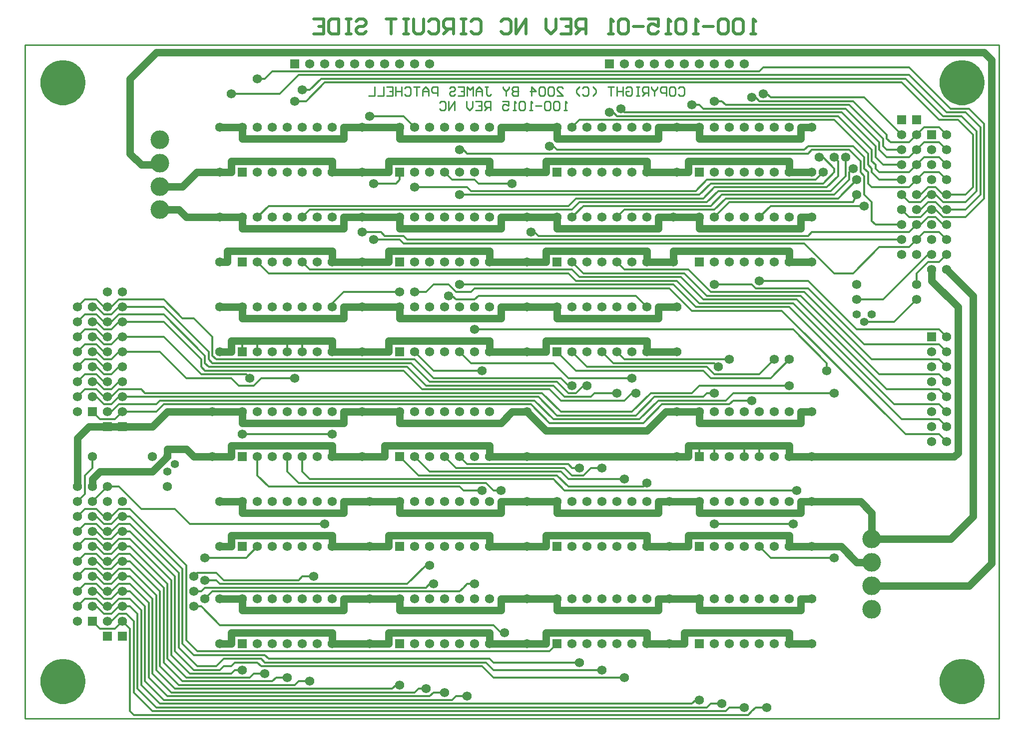
<source format=gbl>
*%FSLAX23Y23*%
*%MOIN*%
G01*
%ADD11C,0.007*%
%ADD12C,0.008*%
%ADD13C,0.010*%
%ADD14C,0.012*%
%ADD15C,0.020*%
%ADD16C,0.032*%
%ADD17C,0.036*%
%ADD18C,0.050*%
%ADD19C,0.052*%
%ADD20C,0.055*%
%ADD21C,0.056*%
%ADD22C,0.061*%
%ADD23C,0.062*%
%ADD24C,0.068*%
%ADD25C,0.070*%
%ADD26C,0.090*%
%ADD27C,0.125*%
%ADD28C,0.131*%
%ADD29C,0.140*%
%ADD30C,0.160*%
%ADD31C,0.250*%
%ADD32R,0.062X0.062*%
%ADD33R,0.068X0.068*%
D13*
X10896Y9688D02*
X10906Y9698D01*
X10926D01*
X10936Y9688D01*
Y9648D01*
X10926Y9638D01*
X10906D01*
X10896Y9648D01*
X10866Y9698D02*
X10846D01*
X10866D02*
X10876Y9688D01*
Y9648D01*
X10866Y9638D01*
X10846D01*
X10836Y9648D01*
Y9688D01*
X10846Y9698D01*
X10816D02*
Y9638D01*
Y9698D02*
X10786D01*
X10776Y9688D01*
Y9668D01*
X10786Y9658D01*
X10816D01*
X10756Y9688D02*
Y9698D01*
Y9688D02*
X10736Y9668D01*
X10716Y9688D01*
Y9698D01*
X10736Y9668D02*
Y9638D01*
X10696D02*
Y9698D01*
X10666D01*
X10656Y9688D01*
Y9668D01*
X10666Y9658D01*
X10696D01*
X10676D02*
X10656Y9638D01*
X10636Y9698D02*
X10616D01*
X10626D01*
Y9638D01*
X10636D01*
X10616D01*
X10556Y9698D02*
X10546Y9688D01*
X10556Y9698D02*
X10576D01*
X10586Y9688D01*
Y9648D01*
X10576Y9638D01*
X10556D01*
X10546Y9648D01*
Y9668D01*
X10566D01*
X10526Y9698D02*
Y9638D01*
Y9668D01*
X10486D01*
Y9698D01*
Y9638D01*
X10466Y9698D02*
X10426D01*
X10446D01*
Y9638D01*
X10346Y9658D02*
X10326Y9638D01*
X10346Y9658D02*
Y9678D01*
X10326Y9698D01*
X10266D02*
X10256Y9688D01*
X10266Y9698D02*
X10286D01*
X10296Y9688D01*
Y9648D01*
X10286Y9638D01*
X10266D01*
X10256Y9648D01*
X10236Y9638D02*
X10216Y9658D01*
Y9678D01*
X10236Y9698D01*
X10126Y9638D02*
X10086D01*
X10126D02*
X10086Y9678D01*
Y9688D01*
X10096Y9698D01*
X10116D01*
X10126Y9688D01*
X10066D02*
X10056Y9698D01*
X10036D01*
X10026Y9688D01*
Y9648D01*
X10036Y9638D01*
X10056D01*
X10066Y9648D01*
Y9688D01*
X10006D02*
X9996Y9698D01*
X9976D01*
X9966Y9688D01*
Y9648D01*
X9976Y9638D01*
X9996D01*
X10006Y9648D01*
Y9688D01*
X9916Y9698D02*
Y9638D01*
X9946Y9668D02*
X9916Y9698D01*
X9906Y9668D02*
X9946D01*
X9826Y9698D02*
Y9638D01*
X9796D01*
X9786Y9648D01*
Y9658D01*
X9796Y9668D01*
X9826D01*
X9827D01*
X9826D02*
X9827D01*
X9826D02*
X9827D01*
X9826D02*
X9796D01*
X9786Y9678D01*
Y9688D01*
X9796Y9698D01*
X9826D01*
X9766D02*
Y9688D01*
X9746Y9668D01*
X9726Y9688D01*
Y9698D01*
X9746Y9668D02*
Y9638D01*
X9626Y9698D02*
X9606D01*
X9616D02*
X9626D01*
X9616D02*
Y9648D01*
X9626Y9638D01*
X9636D01*
X9646Y9648D01*
X9586Y9638D02*
Y9678D01*
X9566Y9698D01*
X9546Y9678D01*
Y9638D01*
Y9668D01*
X9586D01*
X9526Y9638D02*
Y9698D01*
X9506Y9678D01*
X9486Y9698D01*
Y9638D01*
X9466Y9698D02*
X9426D01*
X9466D02*
Y9638D01*
X9426D01*
X9446Y9668D02*
X9466D01*
X9377Y9698D02*
X9367Y9688D01*
X9377Y9698D02*
X9396D01*
X9406Y9688D01*
Y9678D01*
X9396Y9668D01*
X9377D01*
X9367Y9658D01*
Y9648D01*
X9377Y9638D01*
X9396D01*
X9406Y9648D01*
X9287Y9638D02*
Y9698D01*
X9257D01*
X9247Y9688D01*
Y9668D01*
X9257Y9658D01*
X9287D01*
X9227Y9638D02*
Y9678D01*
X9207Y9698D01*
X9187Y9678D01*
Y9638D01*
Y9668D01*
X9227D01*
X9167Y9698D02*
X9127D01*
X9147D01*
Y9638D01*
X9077Y9698D02*
X9067Y9688D01*
X9077Y9698D02*
X9097D01*
X9107Y9688D01*
Y9648D01*
X9097Y9638D01*
X9077D01*
X9067Y9648D01*
X9047Y9638D02*
Y9698D01*
Y9668D02*
Y9638D01*
Y9668D02*
X9007D01*
Y9698D01*
Y9638D01*
X8987Y9698D02*
X8947D01*
X8987D02*
Y9638D01*
X8947D01*
X8967Y9668D02*
X8987D01*
X8927Y9698D02*
Y9638D01*
X8887D01*
X8867D02*
Y9698D01*
Y9638D02*
X8827D01*
X10131Y9543D02*
X10151D01*
X10141D02*
X10131D01*
X10141D02*
Y9603D01*
X10142D01*
X10141D02*
X10151Y9593D01*
X10101D02*
X10091Y9603D01*
X10071D01*
X10061Y9593D01*
Y9553D01*
X10071Y9543D01*
X10091D01*
X10101Y9553D01*
Y9593D01*
X10041D02*
X10031Y9603D01*
X10011D01*
X10001Y9593D01*
Y9553D01*
X10011Y9543D01*
X10031D01*
X10041Y9553D01*
Y9593D01*
X9981Y9573D02*
X9941D01*
X9921Y9543D02*
X9901D01*
X9911D01*
Y9603D01*
X9912D01*
X9911D02*
X9921Y9593D01*
X9871D02*
X9861Y9603D01*
X9841D01*
X9831Y9593D01*
Y9553D01*
X9841Y9543D01*
X9861D01*
X9871Y9553D01*
Y9593D01*
X9811Y9543D02*
X9791D01*
X9801D01*
Y9603D01*
X9802D01*
X9801D02*
X9811Y9593D01*
X9761Y9603D02*
X9721D01*
X9761D02*
Y9573D01*
X9741Y9583D01*
X9731D01*
X9721Y9573D01*
Y9553D01*
X9731Y9543D01*
X9751D01*
X9761Y9553D01*
X9641Y9543D02*
Y9603D01*
X9611D01*
X9601Y9593D01*
Y9573D01*
X9611Y9563D01*
X9641D01*
X9621D02*
X9601Y9543D01*
X9581Y9603D02*
X9541D01*
X9581D02*
Y9543D01*
X9541D01*
X9561Y9573D02*
X9581D01*
X9521Y9563D02*
Y9603D01*
Y9563D02*
X9501Y9543D01*
X9481Y9563D01*
Y9603D01*
X9401D02*
Y9543D01*
X9361D02*
X9401Y9603D01*
X9361D02*
Y9543D01*
X9301Y9593D02*
X9311Y9603D01*
X9331D01*
X9341Y9593D01*
Y9553D01*
X9331Y9543D01*
X9311D01*
X9301Y9553D01*
X6536Y9978D02*
Y5478D01*
X13036D02*
Y9978D01*
X6536D01*
Y5478D02*
X13036D01*
D14*
X8361Y9778D02*
X8236Y9653D01*
X9211Y6503D02*
X9086Y6378D01*
X10586Y7528D02*
X10711Y7653D01*
X10736Y7628D02*
X10611Y7503D01*
X10636Y7478D02*
X10761Y7603D01*
X10786Y7578D02*
X10661Y7453D01*
X11511Y7753D02*
X11636Y7878D01*
X12811Y8828D02*
X12936Y8953D01*
X12236Y8628D02*
X12061Y8453D01*
X12261Y8278D02*
X12561Y8578D01*
X12086Y9078D02*
X11961Y8953D01*
X12486Y8278D02*
X12336Y8128D01*
X8536Y9728D02*
X8411Y9603D01*
X7161Y7028D02*
X7311Y6878D01*
X7711Y6228D02*
X7836Y6103D01*
X7611Y7753D02*
X7436Y7928D01*
X7461Y8028D02*
X7711Y7778D01*
X9986Y7653D02*
X10111Y7528D01*
X10086Y7503D02*
X9961Y7628D01*
X9936Y7603D02*
X10061Y7478D01*
X10036Y7453D02*
X9911Y7578D01*
X9186Y7678D02*
X9061Y7803D01*
X7711Y7878D02*
X7461Y8128D01*
X9086Y7828D02*
X9211Y7703D01*
X7736Y7903D02*
X7461Y8178D01*
X9111Y7853D02*
X9236Y7728D01*
X7761Y7928D02*
X7461Y8228D01*
X7661Y8153D02*
X7786Y8028D01*
X9136Y7878D02*
X9261Y7753D01*
X7586Y8153D02*
X7461Y8278D01*
X7236Y6878D02*
X7611Y6503D01*
X7586Y6478D02*
X7236Y6828D01*
X7561Y5953D02*
X7686Y5828D01*
X7561Y6453D02*
X7236Y6778D01*
X7536Y5928D02*
X7661Y5803D01*
X7536Y6428D02*
X7236Y6728D01*
X7511Y5903D02*
X7636Y5778D01*
X7511Y6403D02*
X7236Y6678D01*
X7486Y5878D02*
X7611Y5753D01*
X7486Y6378D02*
X7236Y6628D01*
X7461Y5853D02*
X7586Y5728D01*
X7461Y6353D02*
X7236Y6578D01*
X7436Y5828D02*
X7561Y5703D01*
X7436Y6328D02*
X7236Y6528D01*
X7411Y5803D02*
X7536Y5678D01*
X7411Y6303D02*
X7236Y6478D01*
X7386Y5778D02*
X7511Y5653D01*
X7386Y6278D02*
X7236Y6428D01*
X7361Y5753D02*
X7486Y5628D01*
X7361Y6253D02*
X7236Y6378D01*
X7336Y5728D02*
X7461Y5603D01*
X7436Y5578D02*
X7311Y5703D01*
X7286Y5678D02*
X7411Y5553D01*
X7386Y5528D02*
X7261Y5653D01*
X12136Y9628D02*
X12386Y9378D01*
X12286D02*
X12061Y9603D01*
X12036Y9578D02*
X12261Y9353D01*
X12236Y9328D02*
X12011Y9553D01*
X11986Y9528D02*
X12211Y9303D01*
X12186Y9278D02*
X11961Y9503D01*
X11936Y9478D02*
X12161Y9253D01*
X12386Y9728D02*
X12636Y9478D01*
X12661Y9503D02*
X12411Y9753D01*
X12436Y9828D02*
X12711Y9553D01*
X12686Y9528D02*
X12436Y9778D01*
X11736Y8653D02*
X11936Y8453D01*
X11661Y8078D02*
X11886Y7853D01*
X9261Y7803D02*
X9136Y7928D01*
X10086D02*
X10211Y7803D01*
X10836Y8353D02*
X10986Y8203D01*
X11586D02*
X12411Y7378D01*
X11011Y8228D02*
X10861Y8378D01*
X11636Y8228D02*
X12386Y7478D01*
X11036Y8253D02*
X10886Y8403D01*
X11661Y8253D02*
X12336Y7578D01*
X11061Y8278D02*
X10911Y8428D01*
X11686Y8278D02*
X12286Y7678D01*
X11086Y8303D02*
X10936Y8453D01*
X10961Y8478D02*
X11111Y8328D01*
X9161Y7103D02*
X9036Y7228D01*
X11711Y8303D02*
X12236Y7778D01*
X12186Y7878D02*
X11736Y8328D01*
X11761Y8353D02*
X12136Y7978D01*
X12086Y8078D02*
X11761Y8403D01*
X9236Y5628D02*
X7486D01*
X9411D02*
X9486D01*
X9386Y5603D02*
X7461D01*
X11011D02*
X11036D01*
X10986Y5578D02*
X7436D01*
X11111D02*
X11186D01*
X11086Y5553D02*
X7411D01*
X11236D02*
X11336D01*
X11211Y5528D02*
X7386D01*
X11411Y5553D02*
X11486D01*
X11361Y5503D02*
X7261D01*
X9661Y5803D02*
X10386D01*
X7811Y5828D02*
X7686D01*
X9661Y5753D02*
X10536D01*
X9586Y5828D02*
X8111D01*
X7911D02*
X7861D01*
X7836Y5803D02*
X7661D01*
X7936D02*
X7986D01*
X7911Y5778D02*
X7636D01*
X8061D02*
X8136D01*
X8036Y5753D02*
X7611D01*
X8211D02*
X8286D01*
X8186Y5728D02*
X7586D01*
X8361D02*
X8436D01*
X8336Y5703D02*
X7561D01*
X9011D02*
X9036D01*
X8986Y5678D02*
X7536D01*
X9161D02*
X9211D01*
X9136Y5653D02*
X7511D01*
X9261D02*
X9336D01*
X6936Y6978D02*
X6886Y6928D01*
Y8228D02*
X6936Y8278D01*
Y8178D02*
X6886Y8128D01*
X6936Y8078D02*
X6886Y8028D01*
X6936Y7978D02*
X6886Y7928D01*
X6936Y7878D02*
X6886Y7828D01*
X6936Y7778D02*
X6886Y7728D01*
X6936Y7678D02*
X6886Y7628D01*
X6936Y6878D02*
X6886Y6828D01*
X6936Y6778D02*
X6886Y6728D01*
X6936Y6678D02*
X6886Y6628D01*
X6936Y6578D02*
X6886Y6528D01*
X6936Y6478D02*
X6886Y6428D01*
X6936Y6378D02*
X6886Y6328D01*
X6936Y6278D02*
X6886Y6228D01*
X7686Y5928D02*
X10036D01*
X10236Y5853D02*
X9661D01*
X9636Y5878D02*
X8161D01*
X8136Y5903D02*
X7661D01*
X8136Y5853D02*
X9611D01*
X8111Y5878D02*
X7861D01*
X7936Y5853D02*
X8086D01*
X6986Y7153D02*
Y7228D01*
X6936Y7103D02*
Y6978D01*
X6986Y6928D02*
X7086Y7028D01*
X6986Y7153D02*
X6936Y7103D01*
X7061Y8228D02*
X7011Y8278D01*
Y8228D02*
X7061Y8178D01*
X7011D02*
X7061Y8128D01*
X7011Y8078D02*
X7061Y8028D01*
Y8078D02*
X7011Y8128D01*
Y8028D02*
X7061Y7978D01*
X7011D02*
X7061Y7928D01*
X7011D02*
X7061Y7878D01*
X7011D02*
X7061Y7828D01*
X7011D02*
X7061Y7778D01*
X7011D02*
X7061Y7728D01*
X7011D02*
X7061Y7678D01*
X7011D02*
X7061Y7628D01*
X7011D02*
X7061Y7578D01*
X6986Y7528D02*
X7036Y7478D01*
X7011Y6878D02*
X7061Y6828D01*
X7011D02*
X7061Y6778D01*
X7011D02*
X7061Y6728D01*
X7011D02*
X7061Y6678D01*
X7011D02*
X7061Y6628D01*
X7011D02*
X7061Y6578D01*
X7011D02*
X7061Y6528D01*
X7011D02*
X7061Y6478D01*
X7011D02*
X7061Y6428D01*
X7011D02*
X7061Y6378D01*
X7011D02*
X7061Y6328D01*
X7011D02*
X7061Y6278D01*
X7011D02*
X7061Y6228D01*
X7011D02*
X7061Y6178D01*
X6986Y6128D02*
X7036Y6078D01*
X9711Y6053D02*
X9736D01*
X9661Y6103D02*
X9636D01*
X7836D01*
X7711Y6228D02*
X7661D01*
X7111D02*
X7086D01*
X7061D01*
X7186D02*
X7236D01*
X7186D02*
X7161D01*
X7111Y6128D02*
X7086D01*
X7161Y6178D02*
X7211D01*
X7111D02*
X7061D01*
X7011Y6228D02*
X6986D01*
X7036Y6078D02*
X7136D01*
X7286Y6178D02*
Y5678D01*
X7261Y5653D02*
Y6128D01*
X7236Y6078D02*
Y5528D01*
X7111Y7628D02*
X7161Y7678D01*
Y7578D02*
X7111Y7528D01*
X7136Y7478D02*
X7186Y7528D01*
X7111Y8128D02*
X7161Y8178D01*
X7111Y8228D02*
X7161Y8278D01*
Y6878D02*
X7111Y6828D01*
X7161Y6778D02*
X7111Y6728D01*
X7161Y6678D02*
X7111Y6628D01*
X7161Y6578D02*
X7111Y6528D01*
X7161Y6478D02*
X7111Y6428D01*
X7161Y6378D02*
X7111Y6328D01*
X7161Y6278D02*
X7111Y6228D01*
X7161Y6178D02*
X7111Y6128D01*
X7136Y6078D02*
X7186Y6128D01*
X7111Y8178D02*
X7161Y8228D01*
Y8128D02*
X7111Y8078D01*
X7161Y8028D02*
X7111Y7978D01*
X7161Y7928D02*
X7111Y7878D01*
X7161Y7828D02*
X7111Y7778D01*
X7161Y7728D02*
X7111Y7678D01*
X7161Y7628D02*
X7111Y7578D01*
X7161Y6828D02*
X7111Y6778D01*
X7161Y6728D02*
X7111Y6678D01*
X7161Y6628D02*
X7111Y6578D01*
X7161Y6528D02*
X7111Y6478D01*
X7161Y6428D02*
X7111Y6378D01*
X7161Y6328D02*
X7111Y6278D01*
X7161Y6228D02*
X7111Y6178D01*
X7236Y6328D02*
X7336Y6228D01*
X7311Y6203D02*
X7236Y6278D01*
Y6228D02*
X7286Y6178D01*
X7261Y6128D02*
X7211Y6178D01*
X7186Y6128D02*
X7236Y6078D01*
Y5528D02*
X7261Y5503D01*
X8386Y6428D02*
X8461D01*
X8361Y6403D02*
X7861D01*
X7836Y6378D02*
X9086D01*
X7811Y6403D02*
X7736D01*
X7711Y6328D02*
X7661D01*
X9236Y6378D02*
X9261D01*
X9211Y6353D02*
X7786D01*
X7736D01*
X9486Y6378D02*
X9536D01*
X9436Y6328D02*
X7786D01*
X7111Y6428D02*
X7086D01*
X7061D01*
X7186D02*
X7236D01*
X7186D02*
X7161D01*
X7111Y6328D02*
X7086D01*
X7061D01*
X7161Y6378D02*
X7236D01*
Y6328D02*
X7186D01*
X7161D01*
Y6278D02*
X7236D01*
X7111Y6378D02*
X7061D01*
X7011Y6428D02*
X6986D01*
X7011Y6378D02*
X6936D01*
X7061Y6278D02*
X7111D01*
X7011Y6328D02*
X6986D01*
X7011Y6278D02*
X6936D01*
X7486Y6378D02*
Y5878D01*
X7461Y5853D02*
Y6353D01*
X7436Y6328D02*
Y5828D01*
X7411Y5803D02*
Y6303D01*
X7386Y6278D02*
Y5778D01*
X7361Y5753D02*
Y6253D01*
X7336Y6228D02*
Y5728D01*
X7311Y5703D02*
Y6203D01*
X7411Y7578D02*
X7436Y7603D01*
X7461Y7578D02*
X7411Y7528D01*
X7336Y7653D02*
X7311Y7678D01*
X7736Y6553D02*
X8011D01*
X7811Y6453D02*
X7786D01*
X7686D01*
X9211Y6503D02*
X9236D01*
X11511Y6553D02*
X11936D01*
X7111Y6628D02*
X7086D01*
X7061D01*
X7186D02*
X7236D01*
X7186D02*
X7161D01*
X7111Y6528D02*
X7086D01*
X7061D01*
X7161Y6578D02*
X7236D01*
Y6528D02*
X7186D01*
X7161D01*
Y6478D02*
X7236D01*
X7111Y6578D02*
X7061D01*
X7011Y6628D02*
X6986D01*
X7011Y6578D02*
X6936D01*
X7061Y6478D02*
X7111D01*
X7011Y6528D02*
X6986D01*
X7011Y6478D02*
X6936D01*
X7611Y6503D02*
Y6003D01*
X7586Y5978D02*
Y6478D01*
X7561Y6453D02*
Y5953D01*
X7536Y5928D02*
Y6428D01*
X7511Y6403D02*
Y5903D01*
X7661Y6428D02*
X7686Y6453D01*
X7611Y6003D02*
X7686Y5928D01*
X7661Y5903D02*
X7586Y5978D01*
X7636Y6778D02*
X7536Y6878D01*
X11136Y6778D02*
X11661D01*
X7111Y6728D02*
X7086D01*
X7061D01*
X7161Y6778D02*
X7236D01*
Y6728D02*
X7186D01*
X7161D01*
Y6678D02*
X7236D01*
X7636Y6778D02*
X8536D01*
X7111D02*
X7061D01*
X7011D02*
X6936D01*
X7061Y6678D02*
X7111D01*
X7011Y6728D02*
X6986D01*
X7011Y6678D02*
X6936D01*
X7711Y7828D02*
Y7878D01*
X7736D02*
Y7853D01*
Y7878D02*
Y7903D01*
X7761D02*
Y7878D01*
Y7903D02*
Y7928D01*
X7786Y7903D02*
Y8028D01*
X7736Y6353D02*
X7711Y6328D01*
X7736Y6278D02*
X7786Y6328D01*
X7861Y5878D02*
X7811Y5828D01*
X7836Y5803D02*
X7861Y5828D01*
Y6403D02*
X7811Y6453D01*
Y6403D02*
X7836Y6378D01*
X7736Y7803D02*
X7711Y7828D01*
X7736Y7853D02*
X7761Y7828D01*
X7786Y7853D02*
X7761Y7878D01*
X7786Y7903D02*
X7811Y7878D01*
X7536Y6878D02*
X7311D01*
X7111Y6828D02*
X7086D01*
X7061D01*
X7161Y6878D02*
X7236D01*
Y6828D02*
X7186D01*
X7161D01*
X9461Y7003D02*
X9586D01*
X9661D02*
X9711D01*
X10136D02*
X10611D01*
X11686D01*
X7011Y6878D02*
X6936D01*
X6986Y6828D02*
X7011D01*
X7986Y7928D02*
Y8003D01*
X8086Y6628D02*
X8011Y6553D01*
X8061Y7703D02*
X8111Y7753D01*
X7936Y5853D02*
X7911Y5828D01*
X7936Y5803D02*
X7911Y5778D01*
X8036Y5753D02*
X8061Y5778D01*
X7961Y7703D02*
X7911Y7753D01*
X8011Y7778D02*
X8036Y7753D01*
X7161Y7028D02*
X7061D01*
X7086D01*
X10186Y7103D02*
X10261D01*
X10311Y7153D02*
X10386D01*
X10536Y7078D02*
X10161D01*
Y7178D02*
X9486D01*
X10186Y7153D02*
X10236D01*
X10086Y7103D02*
X9161D01*
X9236Y7128D02*
X10111D01*
X10136Y7153D02*
X9411D01*
X9436Y7028D02*
X8161D01*
X8361Y7053D02*
X9611D01*
X10061Y7078D02*
X8436D01*
X10161Y7028D02*
X10661D01*
X8086Y7928D02*
Y8003D01*
Y7228D02*
Y7103D01*
X8136Y9753D02*
X8186Y9803D01*
X8211Y5753D02*
X8186Y5728D01*
X8086Y8828D02*
X8161Y8903D01*
X8136Y5903D02*
X8161Y5878D01*
X8136Y5853D02*
X8111Y5878D01*
X8086Y5853D02*
X8111Y5828D01*
X8161Y8453D02*
X8086Y8528D01*
Y7103D02*
X8161Y7028D01*
X7986Y7378D02*
X8586D01*
X12411D02*
X12636D01*
X8286Y7928D02*
Y8003D01*
X8386D02*
Y7928D01*
X8286Y7228D02*
Y7128D01*
X8386D02*
Y7228D01*
Y6428D02*
X8361Y6403D01*
Y5728D02*
X8336Y5703D01*
X8386Y8828D02*
X8436Y8878D01*
Y9678D02*
X8511Y9753D01*
X8386Y8528D02*
X8436Y8478D01*
X8286Y7128D02*
X8361Y7053D01*
X8386Y7128D02*
X8436Y7078D01*
X10111Y7528D02*
X10586D01*
X10611Y7503D02*
X10086D01*
X7111Y7528D02*
X7086D01*
X10761Y7603D02*
X11211D01*
X10636Y7478D02*
X10061D01*
X9936Y7603D02*
X7436D01*
X7411Y7578D02*
X7161D01*
X7186Y7528D02*
X7411D01*
X11261Y7603D02*
X11386D01*
X11236Y7578D02*
X10786D01*
X10661Y7453D02*
X10036D01*
X9911Y7578D02*
X7461D01*
X10111Y7603D02*
X10536D01*
X12386Y7478D02*
X12636D01*
Y7578D02*
X12336D01*
X7111D02*
X7061D01*
X7036Y7478D02*
X7136D01*
X8586Y8228D02*
Y8253D01*
X8661Y8328D01*
X7911Y7753D02*
X7611D01*
X7711Y7778D02*
X8011D01*
X7961Y7703D02*
X8061D01*
X8111Y7753D02*
X8336D01*
X11036Y7703D02*
X11636D01*
X7111Y7628D02*
X7086D01*
X7061D01*
X10711Y7653D02*
X10986D01*
X9986D02*
X7336D01*
X7311Y7678D02*
X7161D01*
X7186Y7628D02*
X9961D01*
X7186D02*
X7161D01*
X11086Y7653D02*
X11136D01*
X11061Y7628D02*
X10736D01*
X11261Y7653D02*
X11936D01*
X10611D02*
X10586D01*
X10036Y7678D02*
X9186D01*
X9061Y7803D02*
X7736D01*
X10336Y7653D02*
X10486D01*
X10311Y7628D02*
X10136D01*
X10061Y7703D02*
X9211D01*
X10261D02*
X10286D01*
X10211Y7653D02*
X10161D01*
X10086Y7728D02*
X9236D01*
X10161Y7703D02*
X10186D01*
X10111Y7753D02*
X9261D01*
X11136Y7778D02*
X11436D01*
X11511Y7753D02*
X11111D01*
X11061Y7803D02*
X10211D01*
X9586D02*
X9261D01*
X10161Y7753D02*
X10586D01*
X12286Y7678D02*
X12636D01*
Y7778D02*
X12236D01*
X7111D02*
X7061D01*
X7011D02*
X6936D01*
X7061Y7728D02*
X7086D01*
X7061Y7678D02*
X7111D01*
X7161Y7728D02*
X7186D01*
X7011D02*
X6986D01*
X7011Y7678D02*
X6936D01*
X6986Y7628D02*
X7011D01*
X7161Y7828D02*
X7186D01*
Y7928D02*
X7436D01*
X7186D02*
X7161D01*
X7761Y7828D02*
X9086D01*
X9111Y7853D02*
X7786D01*
X7811Y7878D02*
X9136D01*
X10461Y7853D02*
X11136D01*
X11086Y7828D02*
X10286D01*
X10061Y7853D02*
X9511D01*
X10536Y7878D02*
X11236D01*
X12186D02*
X12636D01*
Y7978D02*
X12136D01*
X7111D02*
X7061D01*
X7011D02*
X6936D01*
X7061Y7928D02*
X7086D01*
X7061Y7878D02*
X7111D01*
X7011Y7928D02*
X6986D01*
X7011Y7878D02*
X6936D01*
X7061Y7828D02*
X7086D01*
X7011D02*
X6986D01*
X9036Y9078D02*
Y9128D01*
X9011Y5703D02*
X8986Y5678D01*
X9011Y9053D02*
X9036Y9078D01*
X8911Y8728D02*
X8936Y8703D01*
X9036Y8678D02*
X9061Y8653D01*
X7461Y8028D02*
X7186D01*
X7161D01*
X7186Y8128D02*
X7461D01*
X7186D02*
X7161D01*
X7111D02*
X7086D01*
X7061D01*
X7161Y8178D02*
X7461D01*
X7586Y8153D02*
X7661D01*
X9536Y8078D02*
X11661D01*
X12086D02*
X12636D01*
X12336Y8128D02*
X12136D01*
X7111Y8178D02*
X7061D01*
X7011D02*
X6936D01*
Y8078D02*
X7011D01*
X7061Y8028D02*
X7086D01*
X7011Y8128D02*
X6986D01*
X7061Y8078D02*
X7111D01*
X7011Y8028D02*
X6986D01*
X9211Y6353D02*
X9236Y6378D01*
X9161Y5678D02*
X9136Y5653D01*
X9236Y5628D02*
X9261Y5653D01*
X9211Y8328D02*
X9261Y8378D01*
X9136Y9428D02*
X9061Y9503D01*
Y8703D02*
X9086Y8678D01*
X9136Y7228D02*
X9236Y7128D01*
X7461Y8228D02*
X7186D01*
X7161D01*
X7111D02*
X7086D01*
X7061D01*
X7261Y8278D02*
X7461D01*
X7261D02*
X7161D01*
X12086D02*
X12261D01*
X9211Y8328D02*
X9136D01*
X9261Y8378D02*
X9361D01*
X9411Y8328D02*
X9511D01*
X9386Y8303D02*
X9361D01*
X9411Y8278D02*
X9536D01*
X9561Y8303D02*
X10611D01*
X10836Y8353D02*
X9536D01*
X10986Y8203D02*
X11586D01*
X10861Y8378D02*
X9436D01*
X11011Y8228D02*
X11636D01*
X11661Y8253D02*
X11036D01*
X11061Y8278D02*
X11686D01*
X11386Y8378D02*
X11136D01*
X9036Y8328D02*
X8661D01*
X11086Y8303D02*
X11711D01*
X11736Y8328D02*
X11111D01*
X11411Y8353D02*
X11761D01*
X7011Y8278D02*
X6936D01*
X6986Y8228D02*
X7011D01*
X9436Y6328D02*
X9461Y6353D01*
X9411Y5628D02*
X9386Y5603D01*
Y9078D02*
X9336Y9128D01*
X9436Y7928D02*
X9511Y7853D01*
X9411Y8328D02*
X9361Y8378D01*
X9386Y8303D02*
X9411Y8278D01*
X9436Y7028D02*
X9461Y7003D01*
X9486Y7178D02*
X9436Y7228D01*
X9411Y7153D02*
X9336Y7228D01*
X11936Y8453D02*
X12061D01*
X12561Y8528D02*
X12636D01*
X12586Y8578D02*
X12561D01*
X10161Y8453D02*
X8161D01*
X10211Y8403D02*
X10886D01*
X10186Y8478D02*
X8436D01*
X10236Y8428D02*
X10911D01*
X10936Y8453D02*
X10261D01*
X10536Y8478D02*
X10961D01*
X11436Y8403D02*
X11761D01*
X9486Y6378D02*
X9461Y6353D01*
X9536Y8278D02*
X9561Y8303D01*
X9511Y8328D02*
X9536Y8353D01*
X9636Y5878D02*
X9661Y5853D01*
X9611D02*
X9661Y5803D01*
Y5753D02*
X9586Y5828D01*
X9486Y9253D02*
X9461Y9278D01*
X9536Y9078D02*
X9561Y9053D01*
X9511Y9003D02*
X9486Y9028D01*
X9611Y7053D02*
X9661Y7003D01*
X12661Y8778D02*
X12686D01*
X12511D02*
X12486D01*
X12386D02*
X12211D01*
X9936Y8728D02*
X9911D01*
X9961Y8703D02*
X11761D01*
X11786Y8728D02*
X12436D01*
X12386Y8678D02*
X9086D01*
X8911Y8728D02*
X8786D01*
X8936Y8703D02*
X9061D01*
X9011Y8678D02*
X8861D01*
X9011D02*
X9036D01*
X9061Y8653D02*
X11736D01*
X12236Y8628D02*
X12436D01*
X12536Y8728D02*
X12636D01*
X9711Y6053D02*
X9661Y6103D01*
X12586Y8978D02*
X12611D01*
X12586D02*
X12561D01*
X12786Y8928D02*
X12811D01*
X12786D02*
X12661D01*
X12511D02*
X12436D01*
X12561D02*
X12611D01*
X12661Y8878D02*
X12686D01*
X12511D02*
X12486D01*
X12686Y8978D02*
X12811D01*
X12686D02*
X12661D01*
X12511D02*
X12486D01*
X12561Y8878D02*
X12586D01*
X12611D01*
X12511Y8828D02*
X12436D01*
X12561D02*
X12611D01*
X12661D02*
X12811D01*
Y8878D02*
X12686D01*
X11036Y8978D02*
X9436D01*
X10161Y8903D02*
X8161D01*
X10211Y8953D02*
X11061D01*
X10186Y8878D02*
X8436D01*
X10236Y8928D02*
X11086D01*
X11111Y8903D02*
X10261D01*
X11186Y8978D02*
X11936D01*
X11136Y8878D02*
X10536D01*
X11211Y8953D02*
X11961D01*
X12061Y8928D02*
X11236D01*
X11511Y8903D02*
X12136D01*
X10086Y5978D02*
X10036Y5928D01*
X10111Y7603D02*
X10036Y7678D01*
X9961Y8703D02*
X9936Y8728D01*
X12236Y9128D02*
X12436D01*
X12386Y9078D02*
X12236D01*
X12186Y9028D02*
X12436D01*
X12561D02*
X12611D01*
X9536Y9078D02*
X9386D01*
X9561Y9053D02*
X9786D01*
X9011D02*
X8861D01*
X12536Y9128D02*
X12636D01*
X9486Y9028D02*
X9136D01*
X9511Y9003D02*
X11011D01*
X11086Y9078D02*
X11811D01*
X11861Y9053D02*
X11111D01*
X11136Y9028D02*
X11161D01*
X11886D01*
X11911Y9003D02*
X11161D01*
X10261Y7703D02*
X10211Y7653D01*
X10186Y9428D02*
X10236Y9478D01*
X10211Y8953D02*
X10161Y8903D01*
X10186Y8878D02*
X10236Y8928D01*
X10261Y8903D02*
X10186Y8828D01*
X10061Y7703D02*
X10136Y7628D01*
X10161Y7653D02*
X10086Y7728D01*
X10136D02*
X10161Y7703D01*
X10136Y7728D02*
X10111Y7753D01*
X10086Y9278D02*
X10061Y9303D01*
Y7853D02*
X10161Y7753D01*
X10286Y7828D02*
X10186Y7928D01*
X10211Y8403D02*
X10161Y8453D01*
X10186Y8478D02*
X10236Y8428D01*
X10261Y8453D02*
X10186Y8528D01*
X10161Y7178D02*
X10186Y7153D01*
X10136D02*
X10186Y7103D01*
X10161Y7078D02*
X10111Y7128D01*
X10086Y7103D02*
X10161Y7028D01*
X10136Y7003D02*
X10061Y7078D01*
X12311Y9328D02*
X12436D01*
X12386Y9278D02*
X12286D01*
Y9228D02*
X12436D01*
X12386Y9178D02*
X12261D01*
X10061Y9303D02*
X10036D01*
X10086Y9278D02*
X11736D01*
X11761Y9303D02*
X12061D01*
X9461Y9278D02*
X9436D01*
X9486Y9253D02*
X11761D01*
X11786Y9278D02*
X12036D01*
X12536Y9228D02*
X12636D01*
Y9328D02*
X12536D01*
X11861Y9228D02*
X11836D01*
X10336Y7653D02*
X10311Y7628D01*
Y7153D02*
X10261Y7103D01*
X10461Y7853D02*
X10386Y7928D01*
X12686Y9478D02*
X12761D01*
X12011Y9553D02*
X11061D01*
X10536Y9528D02*
X11986D01*
X10461D02*
X10436D01*
X10486Y9503D02*
X11961D01*
X11936Y9478D02*
X10236D01*
X12636D02*
X12686D01*
X12661Y9503D02*
X12786D01*
X12836Y9553D02*
X12711D01*
X12686Y9528D02*
X12811D01*
X9061Y9503D02*
X8836D01*
X12536Y9428D02*
X12636D01*
X10586Y7653D02*
X10536Y7603D01*
X10486Y8828D02*
X10536Y8878D01*
Y9528D02*
X10511Y9553D01*
X10461Y9528D02*
X10486Y9503D01*
X10611Y8303D02*
X10686Y8228D01*
X10486Y7928D02*
X10536Y7878D01*
Y8478D02*
X10486Y8528D01*
X8136Y9753D02*
X8086D01*
X8236Y9653D02*
X7911D01*
X11461D02*
X11486D01*
X11511Y9628D02*
X12136D01*
X11411D02*
X11386D01*
X11436Y9603D02*
X12061D01*
X11186D02*
X11136D01*
X11211Y9578D02*
X12036D01*
X11036D02*
X10986D01*
X8411Y9603D02*
X8336D01*
X8386Y9678D02*
X8436D01*
X8511Y9753D02*
X12411D01*
X12386Y9728D02*
X8536D01*
X10686Y7053D02*
X10661Y7028D01*
X11436Y9803D02*
X8186D01*
X8361Y9778D02*
X12436D01*
Y9828D02*
X11461D01*
X11036Y7703D02*
X10986Y7653D01*
X11011Y5603D02*
X10986Y5578D01*
X11011Y9003D02*
X11086Y9078D01*
X11036Y7303D02*
Y7228D01*
X11136D02*
Y7303D01*
X11061Y7628D02*
X11086Y7653D01*
X11211Y7603D02*
X11261Y7653D01*
X11111Y5578D02*
X11086Y5553D01*
X11211Y5528D02*
X11236Y5553D01*
X11036Y8978D02*
X11111Y9053D01*
X11136Y9028D02*
X11061Y8953D01*
X11086Y8928D02*
X11161Y9003D01*
X11186Y8978D02*
X11111Y8903D01*
X11136Y8878D02*
X11211Y8953D01*
X11236Y8928D02*
X11136Y8828D01*
Y7853D02*
X11161Y7828D01*
X11136Y7778D02*
X11086Y7828D01*
X11061Y7803D02*
X11111Y7753D01*
X11211Y9578D02*
X11186Y9603D01*
X11061Y9553D02*
X11036Y9578D01*
X11336Y7303D02*
Y7228D01*
X11236Y7578D02*
X11261Y7603D01*
X11411Y5553D02*
X11386Y5528D01*
X11361Y5503D01*
X11411Y8353D02*
X11386Y8378D01*
X11436Y7303D02*
Y7228D01*
Y7778D02*
X11536Y7878D01*
X11436Y9803D02*
X11461Y9828D01*
X11511Y8903D02*
X11436Y8828D01*
Y6628D02*
X11511Y6553D01*
Y9628D02*
X11486Y9653D01*
X11436Y9603D02*
X11411Y9628D01*
X11736Y9278D02*
X11761Y9303D01*
X11786Y9278D02*
X11761Y9253D01*
X11786Y8728D02*
X11761Y8703D01*
X11886Y7853D02*
Y7803D01*
X11936Y9128D02*
Y9153D01*
X11961Y9103D02*
Y9203D01*
X11861Y9128D02*
X11811Y9078D01*
X11861Y9053D02*
X11936Y9128D01*
X11961Y9103D02*
X11886Y9028D01*
X11911Y9003D02*
X12011Y9103D01*
X12036Y9078D02*
X11936Y8978D01*
Y9153D02*
X11861Y9228D01*
X11936D02*
X11961Y9203D01*
X12186D02*
Y9278D01*
X12161Y9253D02*
Y9178D01*
X12186Y9153D02*
Y9128D01*
X12136Y9153D02*
Y9228D01*
X12161Y9128D02*
Y9053D01*
X12111Y9128D02*
Y9203D01*
X12136Y9103D02*
Y8978D01*
X12186Y8928D02*
Y8803D01*
X12011Y9103D02*
Y9228D01*
X12036Y9128D02*
Y9078D01*
Y9128D02*
X12061Y9153D01*
X12186Y9203D02*
X12211Y9178D01*
X12186Y9153D02*
X12161Y9178D01*
X12186Y9128D02*
X12236Y9078D01*
X12136Y9228D02*
X12061Y9303D01*
X12136Y9153D02*
X12161Y9128D01*
Y9053D02*
X12186Y9028D01*
X12111Y9203D02*
X12036Y9278D01*
X12111Y9128D02*
X12136Y9103D01*
Y8978D02*
X12186Y8928D01*
Y8803D02*
X12211Y8778D01*
X12061Y8928D02*
X12086Y8978D01*
X12286Y9353D02*
Y9378D01*
X12261Y9353D02*
Y9303D01*
X12236Y9278D02*
Y9328D01*
X12211Y9303D02*
Y9228D01*
Y9178D02*
Y9153D01*
X12311Y9328D02*
X12286Y9353D01*
X12261Y9303D02*
X12286Y9278D01*
X12236D02*
X12286Y9228D01*
X12261Y9178D02*
X12211Y9228D01*
Y9153D02*
X12236Y9128D01*
X12486Y8453D02*
Y8378D01*
X12436Y9328D02*
X12486Y9378D01*
X12536Y9428D01*
X12486Y9278D02*
X12436Y9228D01*
X12486Y9278D02*
X12536Y9328D01*
X12486Y9178D02*
X12436Y9128D01*
X12486Y9178D02*
X12536Y9228D01*
X12486Y9078D02*
X12436Y9028D01*
X12486Y9078D02*
X12536Y9128D01*
X12561Y8978D02*
X12511Y8928D01*
Y8878D02*
X12561Y8928D01*
X12511Y8978D02*
X12561Y9028D01*
Y8878D02*
X12511Y8828D01*
Y8778D02*
X12561Y8828D01*
X12486Y8778D02*
X12436Y8728D01*
X12486Y8678D02*
X12436Y8628D01*
X12486Y8678D02*
X12536Y8728D01*
X12561Y8528D02*
X12486Y8453D01*
X12436Y8928D02*
X12386Y8978D01*
Y8878D02*
X12436Y8828D01*
X12686Y8578D02*
X12636Y8528D01*
X12861Y9378D02*
X12761Y9478D01*
X12611Y8978D02*
X12661Y8928D01*
X12611D02*
X12661Y8878D01*
Y8978D02*
X12611Y9028D01*
Y8828D02*
X12661Y8778D01*
Y8828D02*
X12611Y8878D01*
X12636Y8728D02*
X12686Y8678D01*
Y9078D02*
X12636Y9128D01*
X12686Y9178D02*
X12636Y9228D01*
X12686Y9278D02*
X12636Y9328D01*
X12686Y9378D02*
X12636Y9428D01*
Y7378D02*
X12686Y7328D01*
Y7428D02*
X12636Y7478D01*
X12686Y7528D02*
X12636Y7578D01*
X12686Y7628D02*
X12636Y7678D01*
X12686Y7728D02*
X12636Y7778D01*
X12686Y7828D02*
X12636Y7878D01*
X12686Y7928D02*
X12636Y7978D01*
X12686Y8028D02*
X12636Y8078D01*
X12861Y9028D02*
Y9378D01*
X12886Y9403D02*
Y9003D01*
X12936Y8953D02*
Y9453D01*
X12911Y9428D02*
Y8978D01*
X12886Y9003D02*
X12811Y8928D01*
Y8978D02*
X12861Y9028D01*
X12911Y8978D02*
X12811Y8878D01*
X12886Y9403D02*
X12786Y9503D01*
X12836Y9553D02*
X12936Y9453D01*
X12911Y9428D02*
X12811Y9528D01*
D15*
X11411Y10053D02*
X11378D01*
X11394D01*
Y10153D01*
X11395D01*
X11394D02*
X11411Y10136D01*
X11328D02*
X11311Y10153D01*
X11278D01*
X11261Y10136D01*
Y10070D01*
X11278Y10053D01*
X11311D01*
X11328Y10070D01*
Y10136D01*
X11228D02*
X11211Y10153D01*
X11178D01*
X11161Y10136D01*
Y10070D01*
X11178Y10053D01*
X11211D01*
X11228Y10070D01*
Y10136D01*
X11128Y10103D02*
X11061D01*
X11028Y10053D02*
X10994D01*
X11011D01*
Y10153D01*
X11012D01*
X11011D02*
X11028Y10136D01*
X10944D02*
X10928Y10153D01*
X10894D01*
X10878Y10136D01*
Y10070D01*
X10894Y10053D01*
X10928D01*
X10944Y10070D01*
Y10136D01*
X10845Y10053D02*
X10811D01*
X10828D01*
Y10153D01*
X10829D01*
X10828D02*
X10845Y10136D01*
X10761Y10153D02*
X10695D01*
X10761D02*
Y10103D01*
X10728Y10120D01*
X10711D01*
X10695Y10103D01*
Y10070D01*
X10711Y10053D01*
X10745D01*
X10761Y10070D01*
X10661Y10103D02*
X10595D01*
X10561Y10136D02*
X10545Y10153D01*
X10511D01*
X10495Y10136D01*
Y10070D01*
X10511Y10053D01*
X10545D01*
X10561Y10070D01*
Y10136D01*
X10461Y10053D02*
X10428D01*
X10445D01*
Y10153D01*
X10446D01*
X10445D02*
X10461Y10136D01*
X10278Y10153D02*
Y10053D01*
Y10153D02*
X10228D01*
X10211Y10136D01*
Y10103D01*
X10228Y10086D01*
X10278D01*
X10245D02*
X10211Y10053D01*
X10178Y10153D02*
X10111D01*
X10178D02*
Y10053D01*
X10111D01*
X10145Y10103D02*
X10178D01*
X10078Y10086D02*
Y10153D01*
Y10086D02*
X10045Y10053D01*
X10011Y10086D01*
Y10153D01*
X9878D02*
Y10053D01*
X9812D02*
X9878Y10153D01*
X9812D02*
Y10053D01*
X9712Y10136D02*
X9728Y10153D01*
X9762D01*
X9778Y10136D01*
Y10070D01*
X9762Y10053D01*
X9728D01*
X9712Y10070D01*
X9528Y10153D02*
X9512Y10136D01*
X9528Y10153D02*
X9562D01*
X9578Y10136D01*
Y10070D01*
X9562Y10053D01*
X9528D01*
X9512Y10070D01*
X9478Y10153D02*
X9445D01*
X9462D01*
Y10053D01*
X9478D01*
X9445D01*
X9395D02*
Y10153D01*
X9345D01*
X9328Y10136D01*
Y10103D01*
X9345Y10086D01*
X9395D01*
X9362D02*
X9328Y10053D01*
X9228Y10136D02*
X9245Y10153D01*
X9278D01*
X9295Y10136D01*
Y10070D01*
X9278Y10053D01*
X9245D01*
X9228Y10070D01*
X9195D02*
Y10153D01*
Y10070D02*
X9178Y10053D01*
X9145D01*
X9128Y10070D01*
Y10153D01*
X9095D02*
X9062D01*
X9078D01*
Y10053D01*
X9095D01*
X9062D01*
X9012Y10153D02*
X8945D01*
X8978D01*
Y10053D01*
X8762Y10153D02*
X8745Y10136D01*
X8762Y10153D02*
X8795D01*
X8812Y10136D01*
Y10120D01*
X8795Y10103D01*
X8762D01*
X8745Y10086D01*
Y10070D01*
X8762Y10053D01*
X8795D01*
X8812Y10070D01*
X8712Y10153D02*
X8679D01*
X8695D01*
Y10053D01*
X8712D01*
X8679D01*
X8629D02*
Y10153D01*
Y10053D02*
X8579D01*
X8562Y10070D01*
Y10136D01*
X8579Y10153D01*
X8629D01*
X8529D02*
X8462D01*
X8529D02*
Y10053D01*
X8462D01*
X8495Y10103D02*
X8529D01*
D18*
X7486Y7228D02*
X7386Y7128D01*
X7036D02*
X6986Y7078D01*
X9711Y7453D02*
X9786Y7528D01*
X10686Y7403D02*
X10811Y7528D01*
X7680Y9128D02*
X7586Y9034D01*
X12836Y6366D02*
X12986Y6516D01*
X7411Y9928D02*
X7236Y9753D01*
X12711Y6678D02*
X12861Y6828D01*
X12736Y7228D02*
X12761Y7253D01*
X6936Y7403D02*
X6886Y7353D01*
X6936Y7403D02*
X6961Y7428D01*
X7386D02*
X7486Y7528D01*
X9886D02*
X10011Y7403D01*
X7611Y8828D02*
X7561Y8878D01*
X12111Y6928D02*
X12186Y6853D01*
X11980Y6628D02*
X12086Y6522D01*
X12986Y9878D02*
X12936Y9928D01*
X7311Y9178D02*
X7236Y9253D01*
X12686Y8478D02*
X12861Y8303D01*
X12761Y8228D02*
X12586Y8403D01*
X7661Y7228D02*
X7611Y7278D01*
X6886Y7353D02*
Y7028D01*
X8586Y5978D02*
X8836D01*
X7911D02*
X7836D01*
X8836D02*
X8961D01*
X9636D02*
X9886D01*
X10011D01*
X10686D02*
X10836D01*
X10936D01*
X11636D02*
X11786D01*
X6986Y7028D02*
Y7078D01*
X11036Y6203D02*
X11711D01*
X10761D02*
X10086D01*
X9711D02*
X9036D01*
X8661D02*
X7986D01*
X7911Y6053D02*
X8586D01*
X8961D02*
X9636D01*
X10011D02*
X10686D01*
X10936D02*
X11636D01*
X7236Y9253D02*
Y9753D01*
X10836Y6278D02*
X11036D01*
X11711D02*
X11786D01*
X10836D02*
X10761D01*
X10086D02*
X9886D01*
X9711D01*
X9036D02*
X8836D01*
X8661D01*
X7986D02*
X7836D01*
X12186Y6366D02*
X12836D01*
X7486Y7228D02*
Y7278D01*
X7436Y9178D02*
Y9190D01*
X7836Y6628D02*
X7911D01*
X8586D02*
X8836D01*
X8961D01*
X9636D02*
X9886D01*
X10011D01*
X10686D02*
X10836D01*
X10961D01*
X11636D02*
X11786D01*
X12086Y6522D02*
X12186D01*
X11980Y6628D02*
X11786D01*
X8586Y6703D02*
X7911D01*
X8961D02*
X9636D01*
X10011D02*
X10686D01*
X10961D02*
X11636D01*
X12186Y6678D02*
X12711D01*
X11036Y6928D02*
X10836D01*
X11711D02*
X11786D01*
X11711Y6853D02*
X11686D01*
X11036D01*
X10836Y6928D02*
X10761D01*
X10086D02*
X9886D01*
X10736Y6853D02*
X10761D01*
X10736D02*
X10086D01*
X9886Y6928D02*
X9711D01*
X9036D02*
X8836D01*
X9036Y6853D02*
X9711D01*
X8836Y6928D02*
X8661D01*
X7986D02*
X7836D01*
X7986Y6853D02*
X8661D01*
X11786Y6928D02*
X12111D01*
X7986Y9353D02*
Y9428D01*
X7911Y9203D02*
Y9128D01*
X7986Y8828D02*
Y8753D01*
X7886Y8603D02*
Y8528D01*
X7986Y8228D02*
Y8153D01*
X7911Y8003D02*
Y7928D01*
X7986Y6928D02*
Y6853D01*
X7911Y6703D02*
Y6628D01*
X7986Y6278D02*
Y6203D01*
X7911Y6053D02*
Y5978D01*
X7986Y7453D02*
Y7528D01*
X7911Y7303D02*
Y7228D01*
X7386Y7128D02*
X7036D01*
X10011Y7403D02*
X10686D01*
X8936Y7228D02*
X8786D01*
X8586D01*
X9636D02*
X9886D01*
X9636Y7303D02*
X8936D01*
X8586D02*
X7911D01*
X9886Y7228D02*
X10886D01*
X10961D01*
X11636D02*
X11786D01*
X11636Y7303D02*
X10961D01*
X7911Y7228D02*
X7786D01*
X11786D02*
X12736D01*
X7611Y7278D02*
X7486D01*
X7661Y7228D02*
X7786D01*
X9786Y7528D02*
X9886D01*
X10811D02*
X10886D01*
X8786D02*
X8661D01*
X8786D02*
X9036D01*
X8661Y7453D02*
X7986D01*
X9036D02*
X9711D01*
X10886Y7528D02*
X11036D01*
X11711D02*
X11786D01*
X11711Y7453D02*
X11036D01*
X7086Y7428D02*
X6961D01*
X7786Y7528D02*
X7986D01*
X7786D02*
X7486D01*
X7186Y7428D02*
X7086D01*
X7186D02*
X7386D01*
X8661Y9353D02*
Y9428D01*
X8586Y9203D02*
Y9128D01*
X8661Y8828D02*
Y8753D01*
X8586Y8603D02*
Y8528D01*
X8661Y8228D02*
Y8153D01*
X8586Y8003D02*
Y7928D01*
X8661Y7528D02*
Y7453D01*
X8586Y7303D02*
Y7228D01*
X8661Y6928D02*
Y6853D01*
X8586Y6703D02*
Y6628D01*
X8661Y6278D02*
Y6203D01*
X8586Y6053D02*
Y5978D01*
Y7928D02*
X8786D01*
X7911D02*
X7836D01*
X8786D02*
X8961D01*
X9636D02*
X9886D01*
X10011D01*
X10686D02*
X10886D01*
X9036Y9353D02*
Y9428D01*
X8961Y9203D02*
Y9128D01*
X9036Y8828D02*
Y8753D01*
X8961Y8603D02*
Y8528D01*
X9036Y8228D02*
Y8153D01*
X8961Y8003D02*
Y7928D01*
X9036Y7528D02*
Y7453D01*
X8936Y7303D02*
Y7228D01*
X9036Y6928D02*
Y6853D01*
X8961Y6703D02*
Y6628D01*
X9036Y6278D02*
Y6203D01*
X8961Y6053D02*
Y5978D01*
X10086Y8153D02*
X10761D01*
X9711D02*
X9036D01*
X8661D02*
X7986D01*
X7911Y8003D02*
X8586D01*
X8961D02*
X9636D01*
X10011D02*
X10686D01*
X10086Y8228D02*
X9886D01*
X10761D02*
X10886D01*
X9886D02*
X9711D01*
X9036D02*
X8786D01*
X8661D01*
X7986D02*
X7836D01*
X10686Y8528D02*
X10861D01*
X11636D02*
X11786D01*
X10011D02*
X9886D01*
X9636D01*
X8961D02*
X8786D01*
X8586D01*
X7886D02*
X7836D01*
X9636Y9128D02*
Y9203D01*
Y8603D02*
Y8528D01*
Y8003D02*
Y7928D01*
Y7303D02*
Y7228D01*
Y6703D02*
Y6628D01*
Y6053D02*
Y5978D01*
X10861Y8603D02*
X11636D01*
X9711Y8753D02*
X9036D01*
X8661D02*
X7986D01*
X10086D02*
X10761D01*
X11036D02*
X11711D01*
X10686Y8603D02*
X10011D01*
X9636D02*
X8961D01*
X8586D02*
X7886D01*
X9711Y9353D02*
Y9428D01*
Y8778D02*
Y8753D01*
Y8778D02*
Y8828D01*
Y8228D02*
Y8153D01*
Y6928D02*
Y6853D01*
Y6278D02*
Y6203D01*
X10761Y8828D02*
X10861D01*
X11036D01*
X8786D02*
X8661D01*
X8786D02*
X9036D01*
X7986D02*
X7836D01*
X9711D02*
X9886D01*
X10086D01*
X11711D02*
X11786D01*
X7561Y8878D02*
X7436D01*
X7611Y8828D02*
X7836D01*
X10011Y9128D02*
Y9203D01*
Y8603D02*
Y8528D01*
Y8003D02*
Y7928D01*
Y6703D02*
Y6628D01*
Y6053D02*
Y5978D01*
X7911Y9128D02*
X7836D01*
X8586D02*
X8786D01*
X8961D01*
X9636D02*
X9886D01*
X10011D01*
X10686D02*
X10886D01*
X10961D01*
X11636D02*
X11786D01*
X7586Y9034D02*
X7436D01*
X7680Y9128D02*
X7836D01*
X10086Y9353D02*
Y9428D01*
Y8828D02*
Y8753D01*
Y8228D02*
Y8153D01*
Y6928D02*
Y6853D01*
Y6278D02*
Y6203D01*
X11036Y9353D02*
X11711D01*
X10761D02*
X10086D01*
X9711D02*
X9036D01*
X8661D02*
X7986D01*
X7911Y9203D02*
X8586D01*
X8961D02*
X9636D01*
X10011D02*
X10686D01*
X10961D02*
X11636D01*
X7436Y9178D02*
X7311D01*
X10886Y9428D02*
X11036D01*
X11711D02*
X11786D01*
X10886D02*
X10761D01*
X10086D02*
X9886D01*
X9711D01*
X9036D02*
X8786D01*
X8661D01*
X7986D02*
X7836D01*
X10761Y8828D02*
Y8753D01*
X10686Y8603D02*
Y8528D01*
X10761Y9353D02*
Y9428D01*
X10686Y9203D02*
Y9128D01*
X10761Y8228D02*
Y8153D01*
X10686Y8003D02*
Y7928D01*
X10761Y6928D02*
Y6853D01*
X10686Y6703D02*
Y6628D01*
X10761Y6278D02*
Y6203D01*
X10686Y6053D02*
Y5978D01*
X12936Y9928D02*
X7411D01*
X10861Y8603D02*
Y8528D01*
X10961Y9128D02*
Y9203D01*
Y7303D02*
Y7228D01*
Y6703D02*
Y6628D01*
X10936Y6053D02*
Y5978D01*
X11036Y8753D02*
Y8828D01*
Y9353D02*
Y9428D01*
Y7528D02*
Y7453D01*
Y6928D02*
Y6853D01*
Y6278D02*
Y6203D01*
X11711Y9353D02*
Y9428D01*
X11636Y9203D02*
Y9128D01*
X11711Y8778D02*
Y8753D01*
Y8778D02*
Y8828D01*
X11636Y8603D02*
Y8528D01*
X11711Y7528D02*
Y7453D01*
X11636Y7303D02*
Y7228D01*
X11711Y6928D02*
Y6853D01*
X11636Y6703D02*
Y6628D01*
X11711Y6278D02*
Y6203D01*
X11636Y6053D02*
Y5978D01*
X12186Y6678D02*
Y6853D01*
X12586Y8403D02*
Y8478D01*
X12761Y8228D02*
Y7253D01*
X12861Y6828D02*
Y8303D01*
X12986Y9878D02*
Y6516D01*
X12661Y9728D02*
X12662D01*
X12661D02*
X12661Y9718D01*
X12663Y9708D01*
X12665Y9698D01*
X12667Y9688D01*
X12671Y9679D01*
X12675Y9670D01*
X12680Y9661D01*
X12686Y9653D01*
X12692Y9645D01*
X12699Y9638D01*
X12707Y9631D01*
X12715Y9625D01*
X12724Y9620D01*
X12732Y9615D01*
X12742Y9611D01*
X12751Y9608D01*
X12761Y9606D01*
X12771Y9604D01*
X12781Y9603D01*
X12791D01*
X12801Y9604D01*
X12811Y9606D01*
X12821Y9608D01*
X12830Y9611D01*
X12840Y9615D01*
X12848Y9620D01*
X12857Y9625D01*
X12865Y9631D01*
X12873Y9638D01*
X12880Y9645D01*
X12886Y9653D01*
X12892Y9661D01*
X12897Y9670D01*
X12901Y9679D01*
X12905Y9688D01*
X12907Y9698D01*
X12909Y9708D01*
X12911Y9718D01*
X12911Y9728D01*
X12912D01*
X12911D02*
X12911Y9738D01*
X12909Y9748D01*
X12907Y9758D01*
X12905Y9768D01*
X12901Y9777D01*
X12897Y9786D01*
X12892Y9795D01*
X12886Y9803D01*
X12880Y9811D01*
X12873Y9818D01*
X12865Y9825D01*
X12857Y9831D01*
X12848Y9836D01*
X12840Y9841D01*
X12830Y9845D01*
X12821Y9848D01*
X12811Y9850D01*
X12801Y9852D01*
X12791Y9853D01*
X12781D01*
X12771Y9852D01*
X12761Y9850D01*
X12751Y9848D01*
X12742Y9845D01*
X12732Y9841D01*
X12724Y9836D01*
X12715Y9831D01*
X12707Y9825D01*
X12699Y9818D01*
X12692Y9811D01*
X12686Y9803D01*
X12680Y9795D01*
X12675Y9786D01*
X12671Y9777D01*
X12667Y9768D01*
X12665Y9758D01*
X12663Y9748D01*
X12661Y9738D01*
X12661Y9728D01*
X12709D02*
X12710D01*
X12709D02*
X12710Y9719D01*
X12711Y9710D01*
X12714Y9702D01*
X12717Y9693D01*
X12722Y9686D01*
X12727Y9679D01*
X12733Y9672D01*
X12740Y9666D01*
X12748Y9661D01*
X12756Y9657D01*
X12764Y9654D01*
X12773Y9652D01*
X12782Y9651D01*
X12790D01*
X12799Y9652D01*
X12808Y9654D01*
X12816Y9657D01*
X12824Y9661D01*
X12832Y9666D01*
X12839Y9672D01*
X12845Y9679D01*
X12850Y9686D01*
X12855Y9693D01*
X12858Y9702D01*
X12861Y9710D01*
X12862Y9719D01*
X12863Y9728D01*
X12864D01*
X12863D02*
X12862Y9737D01*
X12861Y9746D01*
X12858Y9754D01*
X12855Y9763D01*
X12850Y9770D01*
X12845Y9777D01*
X12839Y9784D01*
X12832Y9790D01*
X12824Y9795D01*
X12816Y9799D01*
X12808Y9802D01*
X12799Y9804D01*
X12790Y9805D01*
X12782D01*
X12773Y9804D01*
X12764Y9802D01*
X12756Y9799D01*
X12748Y9795D01*
X12740Y9790D01*
X12733Y9784D01*
X12727Y9777D01*
X12722Y9770D01*
X12717Y9763D01*
X12714Y9754D01*
X12711Y9746D01*
X12710Y9737D01*
X12709Y9728D01*
X12757D02*
X12758D01*
X12757D02*
X12758Y9722D01*
X12760Y9716D01*
X12763Y9711D01*
X12767Y9706D01*
X12772Y9703D01*
X12777Y9700D01*
X12783Y9699D01*
X12789D01*
X12795Y9700D01*
X12800Y9703D01*
X12805Y9706D01*
X12809Y9711D01*
X12812Y9716D01*
X12814Y9722D01*
X12815Y9728D01*
X12816D01*
X12815D02*
X12814Y9734D01*
X12812Y9740D01*
X12809Y9745D01*
X12805Y9750D01*
X12800Y9753D01*
X12795Y9756D01*
X12789Y9757D01*
X12783D01*
X12777Y9756D01*
X12772Y9753D01*
X12767Y9750D01*
X12763Y9745D01*
X12760Y9740D01*
X12758Y9734D01*
X12757Y9728D01*
X12786D02*
D03*
X12661Y5728D02*
X12662D01*
X12661D02*
X12661Y5718D01*
X12663Y5708D01*
X12665Y5698D01*
X12667Y5688D01*
X12671Y5679D01*
X12675Y5670D01*
X12680Y5661D01*
X12686Y5653D01*
X12692Y5645D01*
X12699Y5638D01*
X12707Y5631D01*
X12715Y5625D01*
X12724Y5620D01*
X12732Y5615D01*
X12742Y5611D01*
X12751Y5608D01*
X12761Y5606D01*
X12771Y5604D01*
X12781Y5603D01*
X12791D01*
X12801Y5604D01*
X12811Y5606D01*
X12821Y5608D01*
X12830Y5611D01*
X12840Y5615D01*
X12848Y5620D01*
X12857Y5625D01*
X12865Y5631D01*
X12873Y5638D01*
X12880Y5645D01*
X12886Y5653D01*
X12892Y5661D01*
X12897Y5670D01*
X12901Y5679D01*
X12905Y5688D01*
X12907Y5698D01*
X12909Y5708D01*
X12911Y5718D01*
X12911Y5728D01*
X12912D01*
X12911D02*
X12911Y5738D01*
X12909Y5748D01*
X12907Y5758D01*
X12905Y5768D01*
X12901Y5777D01*
X12897Y5786D01*
X12892Y5795D01*
X12886Y5803D01*
X12880Y5811D01*
X12873Y5818D01*
X12865Y5825D01*
X12857Y5831D01*
X12848Y5836D01*
X12840Y5841D01*
X12830Y5845D01*
X12821Y5848D01*
X12811Y5850D01*
X12801Y5852D01*
X12791Y5853D01*
X12781D01*
X12771Y5852D01*
X12761Y5850D01*
X12751Y5848D01*
X12742Y5845D01*
X12732Y5841D01*
X12724Y5836D01*
X12715Y5831D01*
X12707Y5825D01*
X12699Y5818D01*
X12692Y5811D01*
X12686Y5803D01*
X12680Y5795D01*
X12675Y5786D01*
X12671Y5777D01*
X12667Y5768D01*
X12665Y5758D01*
X12663Y5748D01*
X12661Y5738D01*
X12661Y5728D01*
X12709D02*
X12710D01*
X12709D02*
X12710Y5719D01*
X12711Y5710D01*
X12714Y5702D01*
X12717Y5693D01*
X12722Y5686D01*
X12727Y5679D01*
X12733Y5672D01*
X12740Y5666D01*
X12748Y5661D01*
X12756Y5657D01*
X12764Y5654D01*
X12773Y5652D01*
X12782Y5651D01*
X12790D01*
X12799Y5652D01*
X12808Y5654D01*
X12816Y5657D01*
X12824Y5661D01*
X12832Y5666D01*
X12839Y5672D01*
X12845Y5679D01*
X12850Y5686D01*
X12855Y5693D01*
X12858Y5702D01*
X12861Y5710D01*
X12862Y5719D01*
X12863Y5728D01*
X12864D01*
X12863D02*
X12862Y5737D01*
X12861Y5746D01*
X12858Y5754D01*
X12855Y5763D01*
X12850Y5770D01*
X12845Y5777D01*
X12839Y5784D01*
X12832Y5790D01*
X12824Y5795D01*
X12816Y5799D01*
X12808Y5802D01*
X12799Y5804D01*
X12790Y5805D01*
X12782D01*
X12773Y5804D01*
X12764Y5802D01*
X12756Y5799D01*
X12748Y5795D01*
X12740Y5790D01*
X12733Y5784D01*
X12727Y5777D01*
X12722Y5770D01*
X12717Y5763D01*
X12714Y5754D01*
X12711Y5746D01*
X12710Y5737D01*
X12709Y5728D01*
X12757D02*
X12758D01*
X12757D02*
X12758Y5722D01*
X12760Y5716D01*
X12763Y5711D01*
X12767Y5706D01*
X12772Y5703D01*
X12777Y5700D01*
X12783Y5699D01*
X12789D01*
X12795Y5700D01*
X12800Y5703D01*
X12805Y5706D01*
X12809Y5711D01*
X12812Y5716D01*
X12814Y5722D01*
X12815Y5728D01*
X12816D01*
X12815D02*
X12814Y5734D01*
X12812Y5740D01*
X12809Y5745D01*
X12805Y5750D01*
X12800Y5753D01*
X12795Y5756D01*
X12789Y5757D01*
X12783D01*
X12777Y5756D01*
X12772Y5753D01*
X12767Y5750D01*
X12763Y5745D01*
X12760Y5740D01*
X12758Y5734D01*
X12757Y5728D01*
X12786D02*
D03*
X6661Y9728D02*
X6662D01*
X6661D02*
X6661Y9718D01*
X6663Y9708D01*
X6665Y9698D01*
X6667Y9688D01*
X6671Y9679D01*
X6675Y9670D01*
X6680Y9661D01*
X6686Y9653D01*
X6692Y9645D01*
X6699Y9638D01*
X6707Y9631D01*
X6715Y9625D01*
X6724Y9620D01*
X6732Y9615D01*
X6742Y9611D01*
X6751Y9608D01*
X6761Y9606D01*
X6771Y9604D01*
X6781Y9603D01*
X6791D01*
X6801Y9604D01*
X6811Y9606D01*
X6821Y9608D01*
X6830Y9611D01*
X6840Y9615D01*
X6848Y9620D01*
X6857Y9625D01*
X6865Y9631D01*
X6873Y9638D01*
X6880Y9645D01*
X6886Y9653D01*
X6892Y9661D01*
X6897Y9670D01*
X6901Y9679D01*
X6905Y9688D01*
X6907Y9698D01*
X6909Y9708D01*
X6911Y9718D01*
X6911Y9728D01*
X6912D01*
X6911D02*
X6911Y9738D01*
X6909Y9748D01*
X6907Y9758D01*
X6905Y9768D01*
X6901Y9777D01*
X6897Y9786D01*
X6892Y9795D01*
X6886Y9803D01*
X6880Y9811D01*
X6873Y9818D01*
X6865Y9825D01*
X6857Y9831D01*
X6848Y9836D01*
X6840Y9841D01*
X6830Y9845D01*
X6821Y9848D01*
X6811Y9850D01*
X6801Y9852D01*
X6791Y9853D01*
X6781D01*
X6771Y9852D01*
X6761Y9850D01*
X6751Y9848D01*
X6742Y9845D01*
X6732Y9841D01*
X6724Y9836D01*
X6715Y9831D01*
X6707Y9825D01*
X6699Y9818D01*
X6692Y9811D01*
X6686Y9803D01*
X6680Y9795D01*
X6675Y9786D01*
X6671Y9777D01*
X6667Y9768D01*
X6665Y9758D01*
X6663Y9748D01*
X6661Y9738D01*
X6661Y9728D01*
X6709D02*
X6710D01*
X6709D02*
X6710Y9719D01*
X6711Y9710D01*
X6714Y9702D01*
X6717Y9693D01*
X6722Y9686D01*
X6727Y9679D01*
X6733Y9672D01*
X6740Y9666D01*
X6748Y9661D01*
X6756Y9657D01*
X6764Y9654D01*
X6773Y9652D01*
X6782Y9651D01*
X6790D01*
X6799Y9652D01*
X6808Y9654D01*
X6816Y9657D01*
X6824Y9661D01*
X6832Y9666D01*
X6839Y9672D01*
X6845Y9679D01*
X6850Y9686D01*
X6855Y9693D01*
X6858Y9702D01*
X6861Y9710D01*
X6862Y9719D01*
X6863Y9728D01*
X6864D01*
X6863D02*
X6862Y9737D01*
X6861Y9746D01*
X6858Y9754D01*
X6855Y9763D01*
X6850Y9770D01*
X6845Y9777D01*
X6839Y9784D01*
X6832Y9790D01*
X6824Y9795D01*
X6816Y9799D01*
X6808Y9802D01*
X6799Y9804D01*
X6790Y9805D01*
X6782D01*
X6773Y9804D01*
X6764Y9802D01*
X6756Y9799D01*
X6748Y9795D01*
X6740Y9790D01*
X6733Y9784D01*
X6727Y9777D01*
X6722Y9770D01*
X6717Y9763D01*
X6714Y9754D01*
X6711Y9746D01*
X6710Y9737D01*
X6709Y9728D01*
X6757D02*
X6758D01*
X6757D02*
X6758Y9722D01*
X6760Y9716D01*
X6763Y9711D01*
X6767Y9706D01*
X6772Y9703D01*
X6777Y9700D01*
X6783Y9699D01*
X6789D01*
X6795Y9700D01*
X6800Y9703D01*
X6805Y9706D01*
X6809Y9711D01*
X6812Y9716D01*
X6814Y9722D01*
X6815Y9728D01*
X6816D01*
X6815D02*
X6814Y9734D01*
X6812Y9740D01*
X6809Y9745D01*
X6805Y9750D01*
X6800Y9753D01*
X6795Y9756D01*
X6789Y9757D01*
X6783D01*
X6777Y9756D01*
X6772Y9753D01*
X6767Y9750D01*
X6763Y9745D01*
X6760Y9740D01*
X6758Y9734D01*
X6757Y9728D01*
X6786D02*
D03*
X6661Y5728D02*
X6662D01*
X6661D02*
X6661Y5718D01*
X6663Y5708D01*
X6665Y5698D01*
X6667Y5688D01*
X6671Y5679D01*
X6675Y5670D01*
X6680Y5661D01*
X6686Y5653D01*
X6692Y5645D01*
X6699Y5638D01*
X6707Y5631D01*
X6715Y5625D01*
X6724Y5620D01*
X6732Y5615D01*
X6742Y5611D01*
X6751Y5608D01*
X6761Y5606D01*
X6771Y5604D01*
X6781Y5603D01*
X6791D01*
X6801Y5604D01*
X6811Y5606D01*
X6821Y5608D01*
X6830Y5611D01*
X6840Y5615D01*
X6848Y5620D01*
X6857Y5625D01*
X6865Y5631D01*
X6873Y5638D01*
X6880Y5645D01*
X6886Y5653D01*
X6892Y5661D01*
X6897Y5670D01*
X6901Y5679D01*
X6905Y5688D01*
X6907Y5698D01*
X6909Y5708D01*
X6911Y5718D01*
X6911Y5728D01*
X6912D01*
X6911D02*
X6911Y5738D01*
X6909Y5748D01*
X6907Y5758D01*
X6905Y5768D01*
X6901Y5777D01*
X6897Y5786D01*
X6892Y5795D01*
X6886Y5803D01*
X6880Y5811D01*
X6873Y5818D01*
X6865Y5825D01*
X6857Y5831D01*
X6848Y5836D01*
X6840Y5841D01*
X6830Y5845D01*
X6821Y5848D01*
X6811Y5850D01*
X6801Y5852D01*
X6791Y5853D01*
X6781D01*
X6771Y5852D01*
X6761Y5850D01*
X6751Y5848D01*
X6742Y5845D01*
X6732Y5841D01*
X6724Y5836D01*
X6715Y5831D01*
X6707Y5825D01*
X6699Y5818D01*
X6692Y5811D01*
X6686Y5803D01*
X6680Y5795D01*
X6675Y5786D01*
X6671Y5777D01*
X6667Y5768D01*
X6665Y5758D01*
X6663Y5748D01*
X6661Y5738D01*
X6661Y5728D01*
X6709D02*
X6710D01*
X6709D02*
X6710Y5719D01*
X6711Y5710D01*
X6714Y5702D01*
X6717Y5693D01*
X6722Y5686D01*
X6727Y5679D01*
X6733Y5672D01*
X6740Y5666D01*
X6748Y5661D01*
X6756Y5657D01*
X6764Y5654D01*
X6773Y5652D01*
X6782Y5651D01*
X6790D01*
X6799Y5652D01*
X6808Y5654D01*
X6816Y5657D01*
X6824Y5661D01*
X6832Y5666D01*
X6839Y5672D01*
X6845Y5679D01*
X6850Y5686D01*
X6855Y5693D01*
X6858Y5702D01*
X6861Y5710D01*
X6862Y5719D01*
X6863Y5728D01*
X6864D01*
X6863D02*
X6862Y5737D01*
X6861Y5746D01*
X6858Y5754D01*
X6855Y5763D01*
X6850Y5770D01*
X6845Y5777D01*
X6839Y5784D01*
X6832Y5790D01*
X6824Y5795D01*
X6816Y5799D01*
X6808Y5802D01*
X6799Y5804D01*
X6790Y5805D01*
X6782D01*
X6773Y5804D01*
X6764Y5802D01*
X6756Y5799D01*
X6748Y5795D01*
X6740Y5790D01*
X6733Y5784D01*
X6727Y5777D01*
X6722Y5770D01*
X6717Y5763D01*
X6714Y5754D01*
X6711Y5746D01*
X6710Y5737D01*
X6709Y5728D01*
X6757D02*
X6758D01*
X6757D02*
X6758Y5722D01*
X6760Y5716D01*
X6763Y5711D01*
X6767Y5706D01*
X6772Y5703D01*
X6777Y5700D01*
X6783Y5699D01*
X6789D01*
X6795Y5700D01*
X6800Y5703D01*
X6805Y5706D01*
X6809Y5711D01*
X6812Y5716D01*
X6814Y5722D01*
X6815Y5728D01*
X6816D01*
X6815D02*
X6814Y5734D01*
X6812Y5740D01*
X6809Y5745D01*
X6805Y5750D01*
X6800Y5753D01*
X6795Y5756D01*
X6789Y5757D01*
X6783D01*
X6777Y5756D01*
X6772Y5753D01*
X6767Y5750D01*
X6763Y5745D01*
X6760Y5740D01*
X6758Y5734D01*
X6757Y5728D01*
X6786D02*
D03*
D20*
X12136Y8128D02*
D03*
X12186Y8178D02*
D03*
X12086D02*
D03*
X7536Y7178D02*
D03*
X7486Y7228D02*
D03*
Y7128D02*
D03*
D23*
X12011Y9228D02*
D03*
X12061Y9153D02*
D03*
X12086Y9078D02*
D03*
Y8978D02*
D03*
X12136Y8903D02*
D03*
X11836Y9228D02*
D03*
X11936D02*
D03*
Y7653D02*
D03*
X11886Y7803D02*
D03*
X11861Y9128D02*
D03*
X11936Y6553D02*
D03*
X11636Y7703D02*
D03*
Y7878D02*
D03*
X11661Y6778D02*
D03*
X11686Y7003D02*
D03*
X11461Y9653D02*
D03*
X11536Y7878D02*
D03*
X11436Y8403D02*
D03*
X11486Y5553D02*
D03*
X11386Y9628D02*
D03*
Y7603D02*
D03*
X11236Y7878D02*
D03*
X11336Y5553D02*
D03*
X11136Y9603D02*
D03*
Y7653D02*
D03*
X11161Y7828D02*
D03*
X11136Y8378D02*
D03*
Y6778D02*
D03*
X11036Y5603D02*
D03*
X11186Y5578D02*
D03*
X10986Y9578D02*
D03*
X10686Y7053D02*
D03*
X10511Y9553D02*
D03*
X10436Y9528D02*
D03*
X10611Y7653D02*
D03*
X10486D02*
D03*
X10586Y7753D02*
D03*
X10536Y7078D02*
D03*
Y5753D02*
D03*
X10286Y7703D02*
D03*
X10236Y7153D02*
D03*
X10386D02*
D03*
X10236Y5853D02*
D03*
X10386Y5803D02*
D03*
X10186Y7703D02*
D03*
X10036Y9303D02*
D03*
X9911Y8728D02*
D03*
X9786Y9053D02*
D03*
X9736Y6053D02*
D03*
X9711Y7003D02*
D03*
X9536Y8078D02*
D03*
X9586Y7803D02*
D03*
X9536Y6378D02*
D03*
X9586Y7003D02*
D03*
X9486Y5628D02*
D03*
X9436Y9278D02*
D03*
X9361Y8303D02*
D03*
X9436Y8978D02*
D03*
Y8378D02*
D03*
X9261Y6378D02*
D03*
X9336Y5653D02*
D03*
X9136Y9028D02*
D03*
Y8328D02*
D03*
X9236Y6503D02*
D03*
X9211Y5678D02*
D03*
X9036Y8328D02*
D03*
Y5703D02*
D03*
X8836Y9503D02*
D03*
X8786Y8728D02*
D03*
X8861Y9053D02*
D03*
Y8678D02*
D03*
X8586Y7378D02*
D03*
X8536Y6778D02*
D03*
X8336Y9603D02*
D03*
X8386Y9678D02*
D03*
X8336Y7753D02*
D03*
X8461Y6428D02*
D03*
X8286Y5753D02*
D03*
X8436Y5728D02*
D03*
X8086Y9753D02*
D03*
X8136Y5778D02*
D03*
X7911Y9653D02*
D03*
X8036Y7753D02*
D03*
X7986Y7378D02*
D03*
Y5803D02*
D03*
X7736Y6553D02*
D03*
Y6403D02*
D03*
Y6278D02*
D03*
X7661Y6428D02*
D03*
Y6328D02*
D03*
Y6228D02*
D03*
X12386Y9378D02*
D03*
Y9278D02*
D03*
Y9178D02*
D03*
Y9078D02*
D03*
Y8978D02*
D03*
Y8878D02*
D03*
Y8778D02*
D03*
Y8678D02*
D03*
Y8578D02*
D03*
X12486Y9378D02*
D03*
Y9278D02*
D03*
Y9178D02*
D03*
Y9078D02*
D03*
Y8978D02*
D03*
Y8878D02*
D03*
Y8778D02*
D03*
Y8678D02*
D03*
Y8578D02*
D03*
X11786Y9128D02*
D03*
Y9428D02*
D03*
X12686Y9378D02*
D03*
X12586Y9278D02*
D03*
X12686D02*
D03*
X12586Y9178D02*
D03*
X12686D02*
D03*
X12586Y9078D02*
D03*
X12686D02*
D03*
X12586Y8978D02*
D03*
X12686D02*
D03*
X12586Y8878D02*
D03*
X12686D02*
D03*
X12586Y8778D02*
D03*
X12686D02*
D03*
X12586Y8678D02*
D03*
X12686D02*
D03*
X12586Y8578D02*
D03*
X12686D02*
D03*
X12586Y8478D02*
D03*
X12686D02*
D03*
X12486Y8378D02*
D03*
X12086D02*
D03*
Y8278D02*
D03*
X12486D02*
D03*
X11786Y8828D02*
D03*
Y8528D02*
D03*
X12686Y8028D02*
D03*
X12586Y7928D02*
D03*
X12686D02*
D03*
X12586Y7828D02*
D03*
X12686D02*
D03*
X12586Y7728D02*
D03*
X12686D02*
D03*
X12586Y7628D02*
D03*
X12686D02*
D03*
X12586Y7528D02*
D03*
X12686D02*
D03*
X12586Y7428D02*
D03*
X12686D02*
D03*
X12586Y7328D02*
D03*
X12686D02*
D03*
X11786Y7528D02*
D03*
Y7228D02*
D03*
Y6928D02*
D03*
Y6628D02*
D03*
Y6278D02*
D03*
Y5978D02*
D03*
X10886Y9128D02*
D03*
Y9428D02*
D03*
X10536Y9853D02*
D03*
X10636D02*
D03*
X10736D02*
D03*
X10836D02*
D03*
X10936D02*
D03*
X11036D02*
D03*
X11136D02*
D03*
X11236D02*
D03*
X11336D02*
D03*
X11236Y9128D02*
D03*
X11336D02*
D03*
X11436D02*
D03*
X11536D02*
D03*
X11636D02*
D03*
Y9428D02*
D03*
X11536D02*
D03*
X11436D02*
D03*
X11336D02*
D03*
X11236D02*
D03*
X11136D02*
D03*
X11036D02*
D03*
X11136Y9128D02*
D03*
X11236Y8528D02*
D03*
X11336D02*
D03*
X11436D02*
D03*
X11536D02*
D03*
X11636D02*
D03*
Y8828D02*
D03*
X11536D02*
D03*
X11436D02*
D03*
X11336D02*
D03*
X11236D02*
D03*
X11136D02*
D03*
X11036D02*
D03*
X11136Y8528D02*
D03*
X10886Y7928D02*
D03*
Y8228D02*
D03*
X10861Y8828D02*
D03*
Y8528D02*
D03*
X11236Y7228D02*
D03*
X11336D02*
D03*
X11436D02*
D03*
X11536D02*
D03*
X11636D02*
D03*
Y7528D02*
D03*
X11536D02*
D03*
X11436D02*
D03*
X11336D02*
D03*
X11236D02*
D03*
X11136D02*
D03*
X11036D02*
D03*
X11136Y7228D02*
D03*
X11236Y6628D02*
D03*
X11336D02*
D03*
X11436D02*
D03*
X11536D02*
D03*
X11636D02*
D03*
Y6928D02*
D03*
X11536D02*
D03*
X11436D02*
D03*
X11336D02*
D03*
X11236D02*
D03*
X11136D02*
D03*
X11036D02*
D03*
X11136Y6628D02*
D03*
X10836Y6928D02*
D03*
Y6628D02*
D03*
Y6278D02*
D03*
Y5978D02*
D03*
X10886Y7528D02*
D03*
Y7228D02*
D03*
X11136Y5978D02*
D03*
X11036Y6278D02*
D03*
X11136D02*
D03*
X11236D02*
D03*
X11336D02*
D03*
X11436D02*
D03*
X11536D02*
D03*
X11636D02*
D03*
Y5978D02*
D03*
X11536D02*
D03*
X11436D02*
D03*
X11336D02*
D03*
X11236D02*
D03*
X9886Y9428D02*
D03*
Y9128D02*
D03*
X8786Y9428D02*
D03*
Y9128D02*
D03*
X10286D02*
D03*
X10386D02*
D03*
X10486D02*
D03*
X10586D02*
D03*
X10686D02*
D03*
Y9428D02*
D03*
X10586D02*
D03*
X10486D02*
D03*
X10386D02*
D03*
X10286D02*
D03*
X10186D02*
D03*
X10086D02*
D03*
X10186Y9128D02*
D03*
X10286Y8528D02*
D03*
X10386D02*
D03*
X10486D02*
D03*
X10586D02*
D03*
X10686D02*
D03*
Y8828D02*
D03*
X10586D02*
D03*
X10486D02*
D03*
X10386D02*
D03*
X10286D02*
D03*
X10186D02*
D03*
X10086D02*
D03*
X10186Y8528D02*
D03*
X9236Y9128D02*
D03*
X9336D02*
D03*
X9436D02*
D03*
X9536D02*
D03*
X9636D02*
D03*
Y9428D02*
D03*
X9536D02*
D03*
X9436D02*
D03*
X9336D02*
D03*
X9236D02*
D03*
X9136D02*
D03*
X9036D02*
D03*
X9136Y9128D02*
D03*
X9236Y8528D02*
D03*
X9336D02*
D03*
X9436D02*
D03*
X9536D02*
D03*
X9636D02*
D03*
Y8828D02*
D03*
X9536D02*
D03*
X9436D02*
D03*
X9336D02*
D03*
X9236D02*
D03*
X9136D02*
D03*
X9036D02*
D03*
X9136Y8528D02*
D03*
X10286Y7928D02*
D03*
X10386D02*
D03*
X10486D02*
D03*
X10586D02*
D03*
X10686D02*
D03*
Y8228D02*
D03*
X10586D02*
D03*
X10486D02*
D03*
X10386D02*
D03*
X10286D02*
D03*
X10186D02*
D03*
X10086D02*
D03*
X10186Y7928D02*
D03*
X9886Y8828D02*
D03*
Y8528D02*
D03*
Y8228D02*
D03*
Y7928D02*
D03*
X8786Y8528D02*
D03*
Y8828D02*
D03*
Y7928D02*
D03*
Y8228D02*
D03*
X9236Y7928D02*
D03*
X9336D02*
D03*
X9436D02*
D03*
X9536D02*
D03*
X9636D02*
D03*
Y8228D02*
D03*
X9536D02*
D03*
X9436D02*
D03*
X9336D02*
D03*
X9236D02*
D03*
X9136D02*
D03*
X9036D02*
D03*
X9136Y7928D02*
D03*
X9236Y6628D02*
D03*
X9336D02*
D03*
X9436D02*
D03*
X9536D02*
D03*
X9636D02*
D03*
Y6928D02*
D03*
X9536D02*
D03*
X9436D02*
D03*
X9336D02*
D03*
X9236D02*
D03*
X9136D02*
D03*
X9036D02*
D03*
X9136Y6628D02*
D03*
X9236Y7228D02*
D03*
X9336D02*
D03*
X9436D02*
D03*
X9536D02*
D03*
X9636D02*
D03*
Y7528D02*
D03*
X9536D02*
D03*
X9436D02*
D03*
X9336D02*
D03*
X9236D02*
D03*
X9136D02*
D03*
X9036D02*
D03*
X9136Y7228D02*
D03*
X10286Y6628D02*
D03*
X10386D02*
D03*
X10486D02*
D03*
X10586D02*
D03*
X10686D02*
D03*
Y6928D02*
D03*
X10586D02*
D03*
X10486D02*
D03*
X10386D02*
D03*
X10286D02*
D03*
X10186D02*
D03*
X10086D02*
D03*
X10186Y6628D02*
D03*
X9886Y7528D02*
D03*
Y7228D02*
D03*
Y6928D02*
D03*
Y6628D02*
D03*
Y6278D02*
D03*
Y5978D02*
D03*
X8836Y6278D02*
D03*
Y5978D02*
D03*
Y6928D02*
D03*
Y6628D02*
D03*
X8786Y7228D02*
D03*
Y7528D02*
D03*
X9236Y5978D02*
D03*
X9336D02*
D03*
X9436D02*
D03*
X9536D02*
D03*
X9636D02*
D03*
Y6278D02*
D03*
X9536D02*
D03*
X9436D02*
D03*
X9336D02*
D03*
X9236D02*
D03*
X9136D02*
D03*
X9036D02*
D03*
X9136Y5978D02*
D03*
X10286D02*
D03*
X10386D02*
D03*
X10486D02*
D03*
X10586D02*
D03*
X10686D02*
D03*
Y6278D02*
D03*
X10586D02*
D03*
X10486D02*
D03*
X10386D02*
D03*
X10286D02*
D03*
X10186D02*
D03*
X10086D02*
D03*
X10186Y5978D02*
D03*
X8436Y9853D02*
D03*
X8536D02*
D03*
X8636D02*
D03*
X8736D02*
D03*
X8836D02*
D03*
X8936D02*
D03*
X9036D02*
D03*
X9136D02*
D03*
X9236D02*
D03*
X7836Y9428D02*
D03*
Y9128D02*
D03*
Y8528D02*
D03*
Y8828D02*
D03*
X8186Y7928D02*
D03*
X8286D02*
D03*
X8386D02*
D03*
X8486D02*
D03*
X8586D02*
D03*
Y8228D02*
D03*
X8486D02*
D03*
X8386D02*
D03*
X8286D02*
D03*
X8186D02*
D03*
X8086D02*
D03*
X7986D02*
D03*
X8086Y7928D02*
D03*
X7836Y8228D02*
D03*
Y7928D02*
D03*
X8186Y8528D02*
D03*
X8286D02*
D03*
X8386D02*
D03*
X8486D02*
D03*
X8586D02*
D03*
Y8828D02*
D03*
X8486D02*
D03*
X8386D02*
D03*
X8286D02*
D03*
X8186D02*
D03*
X8086D02*
D03*
X7986D02*
D03*
X8086Y8528D02*
D03*
X8186Y9128D02*
D03*
X8286D02*
D03*
X8386D02*
D03*
X8486D02*
D03*
X8586D02*
D03*
Y9428D02*
D03*
X8486D02*
D03*
X8386D02*
D03*
X8286D02*
D03*
X8186D02*
D03*
X8086D02*
D03*
X7986D02*
D03*
X8086Y9128D02*
D03*
X7186Y7528D02*
D03*
Y7628D02*
D03*
Y7728D02*
D03*
Y7828D02*
D03*
Y7928D02*
D03*
Y8028D02*
D03*
Y8128D02*
D03*
Y8228D02*
D03*
Y8328D02*
D03*
X7786Y7528D02*
D03*
Y7228D02*
D03*
X8186Y6628D02*
D03*
X8286D02*
D03*
X8386D02*
D03*
X8486D02*
D03*
X8586D02*
D03*
Y6928D02*
D03*
X8486D02*
D03*
X8386D02*
D03*
X8286D02*
D03*
X8186D02*
D03*
X8086D02*
D03*
X7986D02*
D03*
X8086Y6628D02*
D03*
Y7228D02*
D03*
X7986Y7528D02*
D03*
X8086D02*
D03*
X8186D02*
D03*
X8286D02*
D03*
X8386D02*
D03*
X8486D02*
D03*
X8586D02*
D03*
Y7228D02*
D03*
X8486D02*
D03*
X8386D02*
D03*
X8286D02*
D03*
X8186D02*
D03*
X7836Y6278D02*
D03*
Y5978D02*
D03*
Y6928D02*
D03*
Y6628D02*
D03*
X7186Y6128D02*
D03*
Y6228D02*
D03*
Y6328D02*
D03*
Y6428D02*
D03*
Y6528D02*
D03*
Y6628D02*
D03*
Y6728D02*
D03*
Y6828D02*
D03*
Y6928D02*
D03*
X8186Y5978D02*
D03*
X8286D02*
D03*
X8386D02*
D03*
X8486D02*
D03*
X8586D02*
D03*
Y6278D02*
D03*
X8486D02*
D03*
X8386D02*
D03*
X8286D02*
D03*
X8186D02*
D03*
X8086D02*
D03*
X7986D02*
D03*
X8086Y5978D02*
D03*
X7086Y7028D02*
D03*
X7486D02*
D03*
X6986Y7228D02*
D03*
X7386D02*
D03*
X7086Y7528D02*
D03*
Y7628D02*
D03*
Y7728D02*
D03*
Y7828D02*
D03*
Y7928D02*
D03*
Y8028D02*
D03*
Y8128D02*
D03*
Y8228D02*
D03*
Y8328D02*
D03*
X6886Y6128D02*
D03*
X6986Y6228D02*
D03*
X6886D02*
D03*
X6986Y6328D02*
D03*
X6886D02*
D03*
X6986Y6428D02*
D03*
X6886D02*
D03*
X6986Y6528D02*
D03*
X6886D02*
D03*
X6986Y6628D02*
D03*
X6886D02*
D03*
X6986Y6728D02*
D03*
X6886D02*
D03*
X6986Y6828D02*
D03*
X6886D02*
D03*
X6986Y6928D02*
D03*
X6886D02*
D03*
X6986Y7028D02*
D03*
X6886D02*
D03*
Y7528D02*
D03*
X6986Y7628D02*
D03*
X6886D02*
D03*
X6986Y7728D02*
D03*
X6886D02*
D03*
X6986Y7828D02*
D03*
X6886D02*
D03*
X6986Y7928D02*
D03*
X6886D02*
D03*
X6986Y8028D02*
D03*
X6886D02*
D03*
X6986Y8128D02*
D03*
X6886D02*
D03*
X6986Y8228D02*
D03*
X6886D02*
D03*
X7086Y6128D02*
D03*
Y6228D02*
D03*
Y6328D02*
D03*
Y6428D02*
D03*
Y6528D02*
D03*
Y6628D02*
D03*
Y6728D02*
D03*
Y6828D02*
D03*
Y6928D02*
D03*
D27*
X12186Y6678D02*
D03*
Y6210D02*
D03*
Y6366D02*
D03*
Y6522D02*
D03*
X7436Y8878D02*
D03*
Y9346D02*
D03*
Y9190D02*
D03*
Y9034D02*
D03*
D32*
X12386Y9478D02*
D03*
X12486D02*
D03*
X12586Y9378D02*
D03*
Y8028D02*
D03*
X10436Y9853D02*
D03*
X11036Y9128D02*
D03*
Y8528D02*
D03*
Y7228D02*
D03*
Y6628D02*
D03*
Y5978D02*
D03*
X10086Y9128D02*
D03*
Y8528D02*
D03*
X9036Y9128D02*
D03*
Y8528D02*
D03*
X10086Y7928D02*
D03*
X9036D02*
D03*
Y6628D02*
D03*
Y7228D02*
D03*
X10086Y6628D02*
D03*
X9036Y5978D02*
D03*
X10086D02*
D03*
X8336Y9853D02*
D03*
X7986Y7928D02*
D03*
Y8528D02*
D03*
Y9128D02*
D03*
X7186Y7428D02*
D03*
X7986Y6628D02*
D03*
Y7228D02*
D03*
X7186Y6028D02*
D03*
X7986Y5978D02*
D03*
X7086Y7428D02*
D03*
X6986Y6128D02*
D03*
Y7528D02*
D03*
X7086Y6028D02*
D03*
M02*

</source>
